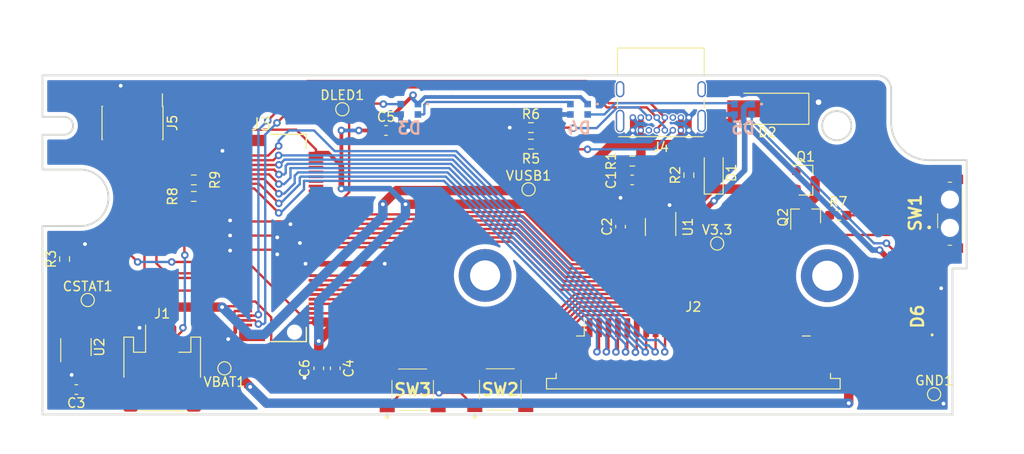
<source format=kicad_pcb>
(kicad_pcb (version 20211014) (generator pcbnew)
  (layers (0 "F.Cu" signal) (31 "B.Cu" signal) (34 "B.Paste" user) (35 "F.Paste" user) (36 "B.SilkS" user "B.Silkscreen") (37 "F.SilkS" user "F.Silkscreen") (38 "B.Mask" user) (39 "F.Mask" user) (44 "Edge.Cuts" user))
  (net 0 "")
  (net 1 "Net-(Q1-Pad3)")
  (net 18 "GND")
  (net 19 "Net-(C1-Pad1)")
  (net 20 "V3.3")
  (net 21 "VBAT")
  (net 22 "VUSB")
  (net 23 "DLED")
  (net 24 "Net-(D3-Pad2)")
  (net 25 "Net-(D4-Pad2)")
  (net 26 "Net-(D5-Pad2)")
  (net 28 "COL15")
  (net 29 "COL14")
  (net 30 "COL13")
  (net 31 "COL12")
  (net 32 "COL11")
  (net 33 "COL10")
  (net 34 "COL9")
  (net 35 "COL8")
  (net 36 "COL7")
  (net 37 "COL6")
  (net 38 "COL5")
  (net 39 "COL4")
  (net 40 "COL3")
  (net 41 "COL2")
  (net 42 "ROW8")
  (net 43 "ROW7")
  (net 44 "ROW6")
  (net 45 "ROW5")
  (net 46 "ROW4")
  (net 47 "ROW3")
  (net 48 "ROW2")
  (net 49 "ROW1")
  (net 50 "COL1")
  (net 51 "VDIV")
  (net 52 "SWDIO")
  (net 53 "SWDCLK")
  (net 54 "CSTAT")
  (net 55 "BOOT")
  (net 56 "RESET")
  (net 57 "D-")
  (net 58 "D+")
  (net 62 "Net-(R2-Pad1)")
  (net 63 "Net-(R3-Pad1)")
  (net 65 "Net-(J4-PadA5)")
  (net 66 "Net-(J4-PadB5)")
  (net 67 "Net-(R7-Pad2)")
  (net 69 "Net-(Q2-Pad1)")
  (footprint "Package_TO_SOT_SMD:SOT-23-5_HandSoldering" (layer "F.Cu") (at 79.25 93.25 90)
    (fp_text reference "U2")
    (fp_text value "MCP73831-2-OT")
  )
  (footprint "Connector_JST:JST_PH_S2B-PH-SM4-TB_1x02-1MP_P2.00mm_Horizontal" (layer "F.Cu") (at 88.4 95.5)
    (fp_text reference "J1")
    (fp_text value "JST-PH 2")
  )
  (footprint "Connector_FFC-FPC:TE_2-84952-3_1x23-1MP_P1.0mm_Horizontal" (layer "F.Cu") (at 144.72 92.98)
    (fp_text reference "J2")
    (fp_text value "Conn_01x23")
  )
  (footprint "SparkFun MicroMod:M.2-CONNECTOR-E" (layer "F.Cu") (at 102.43 81.66 -90)
    (fp_text reference "J3")
    (fp_text value "MicroMod-M.2E" hide)
  )
  (footprint "Capacitor_SMD:C_0603_1608Metric_Pad1.08x0.95mm_HandSolder" (layer "F.Cu") (at 112.1375 70.25)
    (fp_text reference "C5")
    (fp_text value "0.1uF")
  )
  (footprint "LibraryLoader:WS28122020" (layer "F.Cu") (at 170.6 90 -90)
    (fp_text reference "D6")
    (fp_text value "WS2812B" hide)
  )
  (footprint "Resistor_SMD:R_0603_1608Metric_Pad0.98x0.95mm_HandSolder" (layer "F.Cu") (at 78.05 83.9 90)
    (fp_text reference "R3")
    (fp_text value "RProg")
  )
  (footprint "Resistor_SMD:R_0603_1608Metric_Pad0.98x0.95mm_HandSolder" (layer "F.Cu") (at 127.5 69.95)
    (fp_text reference "R6")
    (fp_text value "5.1k 20%")
  )
  (footprint "LibraryLoader:EG1215AA" (layer "F.Cu") (at 171.93 79.09 90)
    (fp_text reference "SW1")
    (fp_text value "EG1215AA" hide)
  )
  (footprint "LibraryLoader:MJTP1140AAUTR - Fixed" (layer "F.Cu") (at 124.25 97.75)
    (fp_text reference "SW2")
    (fp_text value "SW_Push" hide)
  )
  (footprint "LibraryLoader:MJTP1140AAUTR - Fixed" (layer "F.Cu") (at 114.96 97.77)
    (fp_text reference "SW3")
    (fp_text value "SW_Push" hide)
  )
  (footprint "Resistor_SMD:R_0603_1608Metric_Pad0.98x0.95mm_HandSolder" (layer "F.Cu") (at 91.75 77.25)
    (fp_text reference "R8")
    (fp_text value "100K")
  )
  (footprint "Connector_USB:USB_C_Receptacle_GCT_USB4085" (layer "F.Cu") (at 144.25 70.23 180)
    (fp_text reference "J4")
    (fp_text value "USB_C_Receptacle_USB2.0")
  )
  (footprint "Package_TO_SOT_SMD:SOT-23" (layer "F.Cu") (at 156.63 79.35 90)
    (fp_text reference "Q2")
    (fp_text value "Q_NMOS_DGS")
  )
  (footprint "Connector_PinHeader_1.27mm:PinHeader_2x05_P1.27mm_Vertical_SMD" (layer "F.Cu") (at 85.25 69.45 -90)
    (fp_text reference "J5")
    (fp_text value "Conn_ARM_JTAG_SWD_10")
  )
  (footprint "Diode_SMD:D_SMA_Handsoldering" (layer "F.Cu") (at 152.57 67.95 180)
    (fp_text reference "D2")
    (fp_text value "TVS 5V")
  )
  (footprint "Capacitor_SMD:C_0603_1608Metric_Pad1.08x0.95mm_HandSolder" (layer "F.Cu") (at 79.2875 97.75 180)
    (fp_text reference "C3")
    (fp_text value "10uF")
  )
  (footprint "Resistor_SMD:R_0603_1608Metric_Pad0.98x0.95mm_HandSolder" (layer "F.Cu") (at 91.75 75.5 180)
    (fp_text reference "R9")
    (fp_text value "100K")
  )
  (footprint "Capacitor_SMD:C_0603_1608Metric_Pad1.08x0.95mm_HandSolder" (layer "F.Cu") (at 106.75 95.5 -90)
    (fp_text reference "C4")
    (fp_text value "10uF")
  )
  (footprint "Resistor_SMD:R_0603_1608Metric_Pad0.98x0.95mm_HandSolder" (layer "F.Cu") (at 160.0875 79.25)
    (fp_text reference "R7")
    (fp_text value "100K")
  )
  (footprint "Capacitor_SMD:C_0603_1608Metric_Pad1.08x0.95mm_HandSolder" (layer "F.Cu") (at 138.2375 75.5 180)
    (fp_text reference "C1")
    (fp_text value "10uF")
  )
  (footprint "Package_TO_SOT_SMD:SOT-23-5" (layer "F.Cu") (at 141.25 80.5 -90)
    (fp_text reference "U1")
    (fp_text value "XC6220B331MR")
  )
  (footprint "Capacitor_SMD:C_0603_1608Metric_Pad1.08x0.95mm_HandSolder" (layer "F.Cu") (at 137 80.4625 90)
    (fp_text reference "C2")
    (fp_text value "4.7uF")
  )
  (footprint "Resistor_SMD:R_0603_1608Metric_Pad0.98x0.95mm_HandSolder" (layer "F.Cu") (at 144.25 74.99 90)
    (fp_text reference "R2")
    (fp_text value "100K")
  )
  (footprint "Package_TO_SOT_SMD:SOT-23" (layer "F.Cu") (at 156.63 75.53)
    (fp_text reference "Q1")
    (fp_text value "PMost Enc FET -20V")
  )
  (footprint "Capacitor_SMD:C_0603_1608Metric_Pad1.08x0.95mm_HandSolder" (layer "F.Cu") (at 105 95.5 -90)
    (fp_text reference "C6")
    (fp_text value "0.1uF")
  )
  (footprint "Resistor_SMD:R_0603_1608Metric_Pad0.98x0.95mm_HandSolder" (layer "F.Cu") (at 138.25 73.5 180)
    (fp_text reference "R1")
    (fp_text value "100K")
  )
  (footprint "Diode_SMD:D_SOD-123F" (layer "F.Cu") (at 146.88 74.8 90)
    (fp_text reference "D1")
    (fp_text value "MBR1020VL")
  )
  (footprint "Resistor_SMD:R_0603_1608Metric_Pad0.98x0.95mm_HandSolder" (layer "F.Cu") (at 127.5 71.7)
    (fp_text reference "R5")
    (fp_text value "5.1k 20%")
  )
  (footprint "MountingHole:MountingHole_3.2mm_M3_DIN965_Pad" (layer "F.Cu") (at 122.642658 85.639497)
    (fp_text reference "REF**" hide)
    (fp_text value "MountingHole_3.2mm_M3_DIN965_Pad" hide)
  )
  (footprint "MountingHole:MountingHole_3.2mm_M3_DIN965_Pad" (layer "F.Cu") (at 158.924732 85.669661)
    (fp_text reference "REF**" hide)
    (fp_text value "MountingHole_3.2mm_M3_DIN965_Pad" hide)
  )
  (footprint "TestPoint:TestPoint_Pad_D1.0mm" (layer "F.Cu") (at 107.5 68 180)
    (fp_text reference "DLED1")
    (fp_text value "T_DLED")
  )
  (footprint "TestPoint:TestPoint_Pad_D1.0mm" (layer "F.Cu") (at 95 95.5 180)
    (fp_text reference "VBAT1")
    (fp_text value "T_VBAT")
  )
  (footprint "TestPoint:TestPoint_Pad_D1.0mm" (layer "F.Cu") (at 80.5 88.25)
    (fp_text reference "CSTAT1")
    (fp_text value "T_CSTAT")
  )
  (footprint "TestPoint:TestPoint_Pad_D1.0mm" (layer "F.Cu") (at 170.25 98.25)
    (fp_text reference "GND1")
    (fp_text value "T_GND")
  )
  (footprint "TestPoint:TestPoint_Pad_D1.0mm" (layer "F.Cu") (at 127.25 76.5)
    (fp_text reference "VUSB1")
    (fp_text value "T_VUSB")
  )
  (footprint "TestPoint:TestPoint_Pad_D1.0mm" (layer "F.Cu") (at 147.25 82.25)
    (fp_text reference "V3.3")
    (fp_text value "T_V3.3")
  )
  (footprint "LibraryLoader:WS28122020" (layer "B.Cu") (at 114.6 68)
    (fp_text reference "D3")
    (fp_text value "WS2812B" hide)
  )
  (footprint "LibraryLoader:WS28122020" (layer "B.Cu") (at 132.6 68)
    (fp_text reference "D4")
    (fp_text value "WS2812B" hide)
  )
  (footprint "LibraryLoader:WS28122020" (layer "B.Cu") (at 150 68)
    (fp_text reference "D5")
    (fp_text value "WS2812B" hide)
  )
  (gr_line (start 172.2 100.4) (end 75.7 100.4) (layer "Edge.Cuts") (width 0.2))
  (gr_line (start 75.7 64.4) (end 164.2 64.4) (layer "Edge.Cuts") (width 0.2))
  (gr_line (start 165.7 65.9) (end 165.7 69.4) (layer "Edge.Cuts") (width 0.2))
  (gr_line (start 75.7 68.8) (end 78 68.8) (layer "Edge.Cuts") (width 0.2))
  (gr_line (start 79.7 74.4) (end 75.7 74.4) (layer "Edge.Cuts") (width 0.2))
  (gr_line (start 169.7 73.4) (end 173.7 73.4) (layer "Edge.Cuts") (width 0.2))
  (gr_arc (start 169.7 73.4) (mid 166.871573 72.228427) (end 165.7 69.4) (layer "Edge.Cuts") (width 0.2))
  (gr_line (start 172.2 84.9) (end 172.2 100.4) (layer "Edge.Cuts") (width 0.2))
  (gr_circle (center 159.934218 69.74357) (end 161.484218 69.74357) (layer "Edge.Cuts") (width 0.2) (fill none))
  (gr_line (start 75.7 100.4) (end 75.7 80.4) (layer "Edge.Cuts") (width 0.2))
  (gr_line (start 75.7 74.4) (end 75.7 70.7) (layer "Edge.Cuts") (width 0.2))
  (gr_arc (start 79.7 74.4) (mid 82.7 77.4) (end 79.7 80.4) (layer "Edge.Cuts") (width 0.2))
  (gr_line (start 75.7 64.4) (end 75.7 68.8) (layer "Edge.Cuts") (width 0.2))
  (gr_arc (start 77.999999 68.800001) (mid 78.949999 69.749999) (end 78.000001 70.699999) (layer "Edge.Cuts") (width 0.2))
  (gr_arc (start 164.2 64.4) (mid 165.26066 64.83934) (end 165.7 65.9) (layer "Edge.Cuts") (width 0.2))
  (gr_line (start 78 70.7) (end 75.7 70.7) (layer "Edge.Cuts") (width 0.2))
  (gr_line (start 173.7 84.9) (end 172.2 84.9) (layer "Edge.Cuts") (width 0.2))
  (gr_line (start 173.7 73.4) (end 173.7 84.9) (layer "Edge.Cuts") (width 0.2))
  (gr_line (start 75.7 80.4) (end 79.7 80.4) (layer "Edge.Cuts") (width 0.2))
  (segment (start 157.63 75.53) (end 157.63 77.35) (width 1) (layer "F.Cu") (net 1))
  (segment (start 157.63 77.35) (end 156.63 78.35) (width 1) (layer "F.Cu") (net 1))
  (segment (start 94.79 72.41) (end 97.155 72.41) (width 0.25) (layer "F.Cu") (net 18))
  (segment (start 96.13 89.41) (end 96.054999 89.485001) (width 0.25) (layer "F.Cu") (net 18))
  (segment (start 117.75 98.1005) (end 113.7795 98.1005) (width 0.25) (layer "F.Cu") (net 18))
  (segment (start 83 65.5) (end 84 65.5) (width 0.25) (layer "F.Cu") (net 18))
  (segment (start 103.6375 96.3625) (end 103.5 96.5) (width 0.4) (layer "F.Cu") (net 18))
  (segment (start 141.25 79.4) (end 141.25 78.594998) (width 0.6) (layer "F.Cu") (net 18))
  (segment (start 137 77.4) (end 137 75.7) (width 1) (layer "F.Cu") (net 18))
  (segment (start 96.054999 89.485001) (end 96.054999 90.820001) (width 0.25) (layer "F.Cu") (net 18))
  (segment (start 97.155 82.91) (end 95.69 82.91) (width 0.25) (layer "F.Cu") (net 18))
  (segment (start 121.55 99.6) (end 120.0505 98.1005) (width 0.25) (layer "F.Cu") (net 18))
  (segment (start 137.2 77.2) (end 137 77.4) (width 0.4) (layer "F.Cu") (net 18))
  (segment (start 104.705 82.16) (end 103.04 82.16) (width 0.25) (layer "F.Cu") (net 18))
  (segment (start 97.155 79.91) (end 101.71 79.91) (width 0.25) (layer "F.Cu") (net 18))
  (segment (start 78.25 96.75) (end 78.8 96.2) (width 0.4) (layer "F.Cu") (net 18))
  (segment (start 96.144998 91.655002) (end 95.4 92.4) (width 0.4) (layer "F.Cu") (net 18))
  (segment (start 120.0505 98.1005) (end 117.75 98.1005) (width 0.25) (layer "F.Cu") (net 18))
  (segment (start 155.07 67.95) (end 157.3 67.95) (width 1.5) (layer "F.Cu") (net 18))
  (segment (start 95.69 82.91) (end 95.6 83) (width 0.25) (layer "F.Cu") (net 18))
  (segment (start 170.25 98.25) (end 171.25 99.25) (width 0.4) (layer "F.Cu") (net 18))
  (segment (start 100.41 81.41) (end 100.6 81.6) (width 0.25) (layer "F.Cu") (net 18))
  (segment (start 85.25 65.75) (end 85 65.5) (width 0.25) (layer "F.Cu") (net 18))
  (segment (start 137.2 75.5) (end 137.2 73.55) (width 1) (layer "F.Cu") (net 18))
  (segment (start 105 96.3625) (end 103.6375 96.3625) (width 0.4) (layer "F.Cu") (net 18))
  (segment (start 97.155 81.41) (end 95.61 81.41) (width 0.25) (layer "F.Cu") (net 18))
  (segment (start 97.155 82.91) (end 100.11 82.91) (width 0.25) (layer "F.Cu") (net 18))
  (segment (start 82.71 67.5) (end 82.71 65.79) (width 0.25) (layer "F.Cu") (net 18))
  (segment (start 126.5875 69.95) (end 126.5875 71.7) (width 0.4) (layer "F.Cu") (net 18))
  (segment (start 95.61 81.41) (end 95.6 81.4) (width 0.25) (layer "F.Cu") (net 18))
  (segment (start 171.15 89.085) (end 171.15 87.15) (width 0.6) (layer "F.Cu") (net 18))
  (segment (start 97.155 81.41) (end 100.41 81.41) (width 0.25) (layer "F.Cu") (net 18))
  (segment (start 103.6 84.4) (end 112 84.4) (width 0.6) (layer "F.Cu") (net 18))
  (segment (start 96.054999 90.820001) (end 96.144998 90.91) (width 0.25) (layer "F.Cu") (net 18))
  (segment (start 138.3 70.23) (end 138.3 68.88) (width 0.6) (layer "F.Cu") (net 18))
  (segment (start 103.04 82.16) (end 103 82.2) (width 0.25) (layer "F.Cu") (net 18))
  (segment (start 79.25 95.75) (end 78.8 96.2) (width 0.6) (layer "F.Cu") (net 18))
  (segment (start 171.15 87.15) (end 171 87) (width 0.6) (layer "F.Cu") (net 18))
  (segment (start 157.3 67.95) (end 158 67.25) (width 1.5) (layer "F.Cu") (net 18))
  (segment (start 85.25 65.75) (end 85.25 67.5) (width 0.25) (layer "F.Cu") (net 18))
  (segment (start 97.155 89.41) (end 96.13 89.41) (width 0.25) (layer "F.Cu") (net 18))
  (segment (start 137.2 75.5) (end 137.2 77.2) (width 0.4) (layer "F.Cu") (net 18))
  (segment (start 87.4 92.65) (end 87.4 92.6) (width 1) (layer "F.Cu") (net 18))
  (segment (start 137 79.425) (end 137 77.4) (width 1) (layer "F.Cu") (net 18))
  (segment (start 90.8375 74.9125) (end 90.8375 75.5) (width 0.25) (layer "F.Cu") (net 18))
  (segment (start 85 65.5) (end 84 65.5) (width 0.25) (layer "F.Cu") (net 18))
  (segment (start 100.11 82.91) (end 100.6 83.4) (width 0.25) (layer "F.Cu") (net 18))
  (segment (start 93.34 72.41) (end 94.79 72.41) (width 0.25) (layer "F.Cu") (net 18))
  (segment (start 101.71 79.91) (end 102 80.2) (width 0.25) (layer "F.Cu") (net 18))
  (segment (start 141.675 78.169998) (end 142.2 78.169998) (width 0.6) (layer "F.Cu") (net 18))
  (segment (start 105 96.3625) (end 106.75 96.3625) (width 0.4) (layer "F.Cu") (net 18))
  (segment (start 113 70.25) (end 114.5 70.25) (width 0.4) (layer "F.Cu") (net 18))
  (segment (start 78.25 97.75) (end 78.25 96.75) (width 0.4) (layer "F.Cu") (net 18))
  (segment (start 144.25 70.23) (end 144.25 68.88) (width 0.6) (layer "F.Cu") (net 18))
  (segment (start 79.25 94.6) (end 79.25 95.75) (width 0.6) (layer "F.Cu") (net 18))
  (segment (start 86.52 67.5) (end 85.25 67.5) (width 0.25) (layer "F.Cu") (net 18))
  (segment (start 137 75.7) (end 137.2 75.5) (width 1) (layer "F.Cu") (net 18))
  (segment (start 93.34 72.41) (end 90.8375 74.9125) (width 0.25) (layer "F.Cu") (net 18))
  (segment (start 87.4 92.6) (end 86 91.2) (width 1) (layer "F.Cu") (net 18))
  (segment (start 97.155 90.91) (end 96.144998 90.91) (width 0.25) (layer "F.Cu") (net 18))
  (segment (start 125.25 69.95) (end 126.5875 69.95) (width 0.4) (layer "F.Cu") (net 18))
  (segment (start 80.21 82.31) (end 78.09 82.31) (width 0.4) (layer "F.Cu") (net 18))
  (segment (start 137.2 73.55) (end 137.25 73.5) (width 1) (layer "F.Cu") (net 18))
  (segment (start 141.25 78.594998) (end 141.675 78.169998) (width 0.6) (layer "F.Cu") (net 18))
  (segment (start 95.71 79.91) (end 95.6 79.8) (width 0.25) (layer "F.Cu") (net 18))
  (segment (start 78.09 82.31) (end 78.05 82.35) (width 0.4) (layer "F.Cu") (net 18))
  (segment (start 97.155 79.91) (end 95.71 79.91) (width 0.25) (layer "F.Cu") (net 18))
  (segment (start 113.7795 98.1005) (end 112.26 99.62) (width 0.25) (layer "F.Cu") (net 18))
  (segment (start 96.144998 90.91) (end 96.144998 91.655002) (width 0.4) (layer "F.Cu") (net 18))
  (segment (start 82.71 65.79) (end 83 65.5) (width 0.25) (layer "F.Cu") (net 18))
  (via (at 114.5 70.25) (size 0.8) (drill 0.4) (layers "F.Cu" "B.Cu") (net 18))
  (via (at 84 65.5) (size 0.8) (drill 0.4) (layers "F.Cu" "B.Cu") (net 18))
  (via (at 78.8 96.2) (size 0.8) (drill 0.4) (layers "F.Cu" "B.Cu") (net 18))
  (via (at 171.25 99.25) (size 0.8) (drill 0.4) (layers "F.Cu" "B.Cu") (net 18))
  (via (at 137 77.4) (size 0.8) (drill 0.4) (layers "F.Cu" "B.Cu") (net 18))
  (via (at 103 82.2) (size 0.8) (drill 0.4) (layers "F.Cu" "B.Cu") (net 18))
  (via (at 100.6 83.4) (size 0.8) (drill 0.4) (layers "F.Cu" "B.Cu") (net 18))
  (via (at 95.6 81.4) (size 0.8) (drill 0.4) (layers "F.Cu" "B.Cu") (net 18))
  (via (at 125.25 69.95) (size 0.8) (drill 0.4) (layers "F.Cu" "B.Cu") (net 18))
  (via (at 95.4 92.4) (size 0.8) (drill 0.4) (layers "F.Cu" "B.Cu") (net 18))
  (via (at 100.6 81.6) (size 0.8) (drill 0.4) (layers "F.Cu" "B.Cu") (net 18))
  (via (at 80.21 82.31) (size 0.8) (drill 0.4) (layers "F.Cu" "B.Cu") (net 18))
  (via (at 117.75 98.1005) (size 0.8) (drill 0.4) (layers "F.Cu" "B.Cu") (net 18))
  (via (at 94.79 72.41) (size 0.8) (drill 0.4) (layers "F.Cu" "B.Cu") (net 18))
  (via (at 158 67.25) (size 1) (drill 0.6) (layers "F.Cu" "B.Cu") (net 18))
  (via (at 171 87) (size 0.8) (drill 0.4) (layers "F.Cu" "B.Cu") (net 18))
  (via (at 86 91.2) (size 0.8) (drill 0.4) (layers "F.Cu" "B.Cu") (net 18))
  (via (at 102 80.2) (size 0.8) (drill 0.4) (layers "F.Cu" "B.Cu") (net 18))
  (via (at 103.5 96.5) (size 0.8) (drill 0.4) (layers "F.Cu" "B.Cu") (net 18))
  (via (at 95.6 79.8) (size 0.8) (drill 0.4) (layers "F.Cu" "B.Cu") (net 18))
  (via (at 95.6 83) (size 0.8) (drill 0.4) (layers "F.Cu" "B.Cu") (net 18))
  (via (at 112 84.4) (size 0.8) (drill 0.4) (layers "F.Cu" "B.Cu") (net 18))
  (via (at 103.6 84.4) (size 0.8) (drill 0.4) (layers "F.Cu" "B.Cu") (net 18))
  (via (at 142.2 78.169998) (size 0.8) (drill 0.4) (layers "F.Cu" "B.Cu") (net 18))
  (segment (start 144.99 73.99) (end 144.25 73.99) (width 0.4) (layer "F.Cu") (net 19))
  (segment (start 143.68 79.4) (end 146.88 76.2) (width 1) (layer "F.Cu") (net 19))
  (segment (start 140.785 73.99) (end 139.275 75.5) (width 0.4) (layer "F.Cu") (net 19))
  (segment (start 155.63 76.48) (end 147.16 76.48) (width 1) (layer "F.Cu") (net 19))
  (segment (start 147.16 76.48) (end 146.88 76.2) (width 1) (layer "F.Cu") (net 19))
  (segment (start 146.88 75.88) (end 144.99 73.99) (width 0.4) (layer "F.Cu") (net 19))
  (segment (start 143.68 79.4) (end 142.275001 79.4) (width 1) (layer "F.Cu") (net 19))
  (segment (start 146.88 76.2) (end 146.88 75.88) (width 0.4) (layer "F.Cu") (net 19))
  (segment (start 144.25 73.99) (end 140.785 73.99) (width 0.4) (layer "F.Cu") (net 19))
  (segment (start 111.25 70.25) (end 115 66.5) (width 0.4) (layer "F.Cu") (net 20))
  (segment (start 169 87.47199) (end 169 89.865) (width 0.6) (layer "F.Cu") (net 20))
  (segment (start 164.47801 82.95) (end 169 87.47199) (width 0.6) (layer "F.Cu") (net 20))
  (segment (start 169 89.865) (end 170.05 90.915) (width 0.6) (layer "F.Cu") (net 20))
  (segment (start 140.969999 82.830001) (end 142.2 81.6) (width 1) (layer "F.Cu") (net 20))
  (segment (start 136.91898 81.5) (end 137 81.5) (width 1) (layer "F.Cu") (net 20))
  (segment (start 105.980001 72.609999) (end 104.705 72.609999) (width 0.4) (layer "F.Cu") (net 20))
  (segment (start 106.355001 91.244999) (end 105 92.6) (width 1) (layer "F.Cu") (net 20))
  (segment (start 106.355001 90.6) (end 104.75 90.6) (width 1) (layer "F.Cu") (net 20))
  (segment (start 114.2 78.085) (end 133.50398 78.085) (width 1) (layer "F.Cu") (net 20))
  (segment (start 138.330001 82.830001) (end 140.969999 82.830001) (width 1) (layer "F.Cu") (net 20))
  (segment (start 142.2 81.6) (end 143.035636 81.6) (width 0.6) (layer "F.Cu") (net 20))
  (segment (start 105 92.6) (end 105 94.6375) (width 1) (layer "F.Cu") (net 20))
  (segment (start 104.705 72.66) (end 104.705 72.269998) (width 0.25) (layer "F.Cu") (net 20))
  (segment (start 90.167537 70.167537) (end 87.79 67.79) (width 0.25) (layer "F.Cu") (net 20))
  (segment (start 107.4 74.029998) (end 105.980001 72.609999) (width 0.4) (layer "F.Cu") (net 20))
  (segment (start 143.035636 81.6) (end 146.917818 77.717818) (width 0.6) (layer "F.Cu") (net 20))
  (segment (start 107.4 76.42503) (end 107.4 74.029998) (width 0.6) (layer "F.Cu") (net 20))
  (segment (start 146.669999 82.830001) (end 147.25 82.25) (width 0.4) (layer "F.Cu") (net 20))
  (segment (start 107.4 70.250501) (end 107.400501 70.25) (width 0.4) (layer "F.Cu") (net 20))
  (segment (start 140.969999 82.830001) (end 146.669999 82.830001) (width 0.4) (layer "F.Cu") (net 20))
  (segment (start 104.705 72.269998) (end 102.602539 70.167537) (width 0.25) (layer "F.Cu") (net 20))
  (segment (start 106.355001 90.6) (end 106.355001 91.244999) (width 1) (layer "F.Cu") (net 20))
  (segment (start 87.79 67.79) (end 87.79 67.5) (width 0.25) (layer "F.Cu") (net 20))
  (segment (start 107.4 74.029998) (end 107.4 70.250501) (width 0.4) (layer "F.Cu") (net 20))
  (segment (start 102.602539 70.167537) (end 90.167537 70.167537) (width 0.25) (layer "F.Cu") (net 20))
  (segment (start 105 94.6375) (end 106.75 94.6375) (width 1) (layer "F.Cu") (net 20))
  (segment (start 109.25 70.25) (end 111.25 70.25) (width 0.4) (layer "F.Cu") (net 20))
  (segment (start 133.50398 78.085) (end 136.91898 81.5) (width 1) (layer "F.Cu") (net 20))
  (segment (start 137 81.5) (end 138.330001 82.830001) (width 1) (layer "F.Cu") (net 20))
  (via (at 114.2 78.085) (size 0.8) (drill 0.4) (layers "F.Cu" "B.Cu") (net 20))
  (via (at 109.25 70.25) (size 0.8) (drill 0.4) (layers "F.Cu" "B.Cu") (net 20))
  (via (at 107.4 76.42503) (size 0.8) (drill 0.4) (layers "F.Cu" "B.Cu") (net 20))
  (via (at 164.47801 82.95) (size 0.8) (drill 0.4) (layers "F.Cu" "B.Cu") (net 20))
  (via (at 105 92.6) (size 0.8) (drill 0.4) (layers "F.Cu" "B.Cu") (net 20))
  (via (at 146.917818 77.717818) (size 0.8) (drill 0.4) (layers "F.Cu" "B.Cu") (net 20))
  (via (at 107.400501 70.25) (size 0.8) (drill 0.4) (layers "F.Cu" "B.Cu") (net 20))
  (via (at 115 66.5) (size 0.8) (drill 0.4) (layers "F.Cu" "B.Cu") (net 20))
  (segment (start 117.299999 66.699999) (end 119.050001 66.699999) (width 0.4) (layer "B.Cu") (net 20))
  (segment (start 107.400501 70.25) (end 109.25 70.25) (width 0.4) (layer "B.Cu") (net 20))
  (segment (start 114.2 79.2) (end 114.2 78.085) (width 1) (layer "B.Cu") (net 20))
  (segment (start 164.47801 82.95) (end 163.714998 82.95) (width 0.6) (layer "B.Cu") (net 20))
  (segment (start 146.917818 77.717818) (end 150.164999 74.470637) (width 0.6) (layer "B.Cu") (net 20))
  (segment (start 150.064999 67.799999) (end 150.414998 67.45) (width 0.6) (layer "B.Cu") (net 20))
  (segment (start 132.764999 66.699999) (end 133.515 67.45) (width 0.4) (layer "B.Cu") (net 20))
  (segment (start 119.050001 66.699999) (end 132.764999 66.699999) (width 0.4) (layer "B.Cu") (net 20))
  (segment (start 115 66.5) (end 115 66.935) (width 0.4) (layer "B.Cu") (net 20))
  (segment (start 116.265001 66.699999) (end 116.949999 66.699999) (width 0.4) (layer "B.Cu") (net 20))
  (segment (start 150.164999 69.400001) (end 150.064999 69.300001) (width 0.6) (layer "B.Cu") (net 20))
  (segment (start 150.064999 69.300001) (end 150.064999 67.799999) (width 0.6) (layer "B.Cu") (net 20))
  (segment (start 105 88.4) (end 114.2 79.2) (width 1) (layer "B.Cu") (net 20))
  (segment (start 105 92.6) (end 105 88.4) (width 1) (layer "B.Cu") (net 20))
  (segment (start 150.414998 67.45) (end 150.915 67.45) (width 0.6) (layer "B.Cu") (net 20))
  (segment (start 114.2 78.085) (end 112.54003 76.42503) (width 0.6) (layer "B.Cu") (net 20))
  (segment (start 115 66.935) (end 115.515 67.45) (width 0.4) (layer "B.Cu") (net 20))
  (segment (start 116.949999 66.699999) (end 117.299999 66.699999) (width 0.4) (layer "B.Cu") (net 20))
  (segment (start 115.515 67.45) (end 116.265001 66.699999) (width 0.4) (layer "B.Cu") (net 20))
  (segment (start 163.714998 82.95) (end 150.064999 69.300001) (width 0.6) (layer "B.Cu") (net 20))
  (segment (start 112.54003 76.42503) (end 107.4 76.42503) (width 0.6) (layer "B.Cu") (net 20))
  (segment (start 150.164999 74.470637) (end 150.164999 69.400001) (width 0.6) (layer "B.Cu") (net 20))
  (segment (start 89.525 95.675) (end 90.275 95.675) (width 1) (layer "F.Cu") (net 21))
  (segment (start 161.2 99.2) (end 161.2 92.069998) (width 1) (layer "F.Cu") (net 21))
  (segment (start 160.130002 91) (end 158.2 91) (width 1) (layer "F.Cu") (net 21))
  (segment (start 89.4 92.65) (end 89.4 95.55) (width 1) (layer "F.Cu") (net 21))
  (segment (start 170.18 81.34) (end 156.59 81.34) (width 0.25) (layer "F.Cu") (net 21))
  (segment (start 90.275 95.675) (end 95.925 95.675) (width 1) (layer "F.Cu") (net 21))
  (segment (start 156.59 81.34) (end 157.58 80.35) (width 1) (layer "F.Cu") (net 21))
  (segment (start 95.925 95.675) (end 97.725 97.475) (width 1) (layer "F.Cu") (net 21))
  (segment (start 88.125 95.675) (end 81.475 95.675) (width 1) (layer "F.Cu") (net 21))
  (segment (start 81.475 95.675) (end 81.275 95.675) (width 1) (layer "F.Cu") (net 21))
  (segment (start 80.275001 94.675001) (end 80.275001 94.6) (width 1) (layer "F.Cu") (net 21))
  (segment (start 90.6 91.45) (end 89.4 92.65) (width 0.25) (layer "F.Cu") (net 21))
  (segment (start 161.2 92.069998) (end 160.130002 91) (width 1) (layer "F.Cu") (net 21))
  (segment (start 80.325 96.825) (end 81.475 95.675) (width 0.4) (layer "F.Cu") (net 21))
  (segment (start 155.024731 82.905269) (end 156.59 81.34) (width 1) (layer "F.Cu") (net 21))
  (segment (start 88.125 95.675) (end 89.525 95.675) (width 1) (layer "F.Cu") (net 21))
  (segment (start 81.275 95.675) (end 80.275001 94.675001) (width 1) (layer "F.Cu") (net 21))
  (segment (start 155.024731 87.824731) (end 155.024731 82.905269) (width 1) (layer "F.Cu") (net 21))
  (segment (start 80.325 97.75) (end 80.325 96.825) (width 0.4) (layer "F.Cu") (net 21))
  (segment (start 89.4 95.55) (end 89.525 95.675) (width 1) (layer "F.Cu") (net 21))
  (segment (start 90.75 83.435) (end 90.8 83.485) (width 0.25) (layer "F.Cu") (net 21))
  (segment (start 158.2 91) (end 155.024731 87.824731) (width 1) (layer "F.Cu") (net 21))
  (segment (start 90.75 77.25) (end 90.75 83.435) (width 0.25) (layer "F.Cu") (net 21))
  (segment (start 90.6 91.2) (end 90.6 91.45) (width 0.25) (layer "F.Cu") (net 21))
  (via (at 161.2 99.2) (size 0.8) (drill 0.4) (layers "F.Cu" "B.Cu") (net 21))
  (via (at 90.8 83.485) (size 0.8) (drill 0.4) (layers "F.Cu" "B.Cu") (net 21))
  (via (at 97.725 97.475) (size 0.8) (drill 0.4) (layers "F.Cu" "B.Cu") (net 21))
  (via (at 90.6 91.2) (size 0.8) (drill 0.4) (layers "F.Cu" "B.Cu") (net 21))
  (segment (start 90.8 83.485) (end 90.8 91) (width 0.25) (layer "B.Cu") (net 21))
  (segment (start 99.45 99.2) (end 97.725 97.475) (width 1) (layer "B.Cu") (net 21))
  (segment (start 90.8 91) (end 90.6 91.2) (width 0.25) (layer "B.Cu") (net 21))
  (segment (start 161.2 99.2) (end 99.45 99.2) (width 1) (layer "B.Cu") (net 21))
  (segment (start 139.15 71.6) (end 139 71.75) (width 0.6) (layer "F.Cu") (net 22))
  (segment (start 97.155 88.91) (end 94.84 88.91) (width 0.25) (layer "F.Cu") (net 22))
  (segment (start 155.63 74.58) (end 155.33 74.58) (width 0.25) (layer "F.Cu") (net 22))
  (segment (start 131.165001 76.634999) (end 136.05 71.75) (width 1) (layer "F.Cu") (net 22))
  (segment (start 146.27 71.75) (end 149.135 68.885) (width 1) (layer "F.Cu") (net 22))
  (segment (start 149.635 68.885) (end 149.135 68.885) (width 0.25) (layer "F.Cu") (net 22))
  (segment (start 94.84 88.91) (end 94.75 89) (width 0.25) (layer "F.Cu") (net 22))
  (segment (start 111.8 78.085) (end 113.250001 76.634999) (width 1) (layer "F.Cu") (net 22))
  (segment (start 83.1 89) (end 80.2 91.9) (width 1) (layer "F.Cu") (net 22))
  (segment (start 143.4 71.65) (end 143.5 71.75) (width 0.6) (layer "F.Cu") (net 22))
  (segment (start 145.23 71.75) (end 146.88 73.4) (width 1) (layer "F.Cu") (net 22))
  (segment (start 136.05 71.75) (end 139 71.75) (width 1) (layer "F.Cu") (net 22))
  (segment (start 155.33 74.58) (end 149.635 68.885) (width 0.25) (layer "F.Cu") (net 22))
  (segment (start 139.1625 71.8375) (end 139.25 71.75) (width 1) (layer "F.Cu") (net 22))
  (segment (start 143.4 70.23) (end 143.4 68.88) (width 0.6) (layer "F.Cu") (net 22))
  (segment (start 149.135 68.885) (end 150.07 67.95) (width 1) (layer "F.Cu") (net 22))
  (segment (start 143.4 70.23) (end 143.4 71.65) (width 0.6) (layer "F.Cu") (net 22))
  (segment (start 139.25 71.75) (end 143.5 71.75) (width 1) (layer "F.Cu") (net 22))
  (segment (start 145.23 71.75) (end 146.27 71.75) (width 1) (layer "F.Cu") (net 22))
  (segment (start 139.15 70.23) (end 139.15 68.88) (width 0.6) (layer "F.Cu") (net 22))
  (segment (start 139 71.75) (end 139.25 71.75) (width 1) (layer "F.Cu") (net 22))
  (segment (start 139.15 70.23) (end 139.15 71.6) (width 0.6) (layer "F.Cu") (net 22))
  (segment (start 113.250001 76.634999) (end 131.165001 76.634999) (width 1) (layer "F.Cu") (net 22))
  (segment (start 139.1625 73.5) (end 139.1625 71.8375) (width 1) (layer "F.Cu") (net 22))
  (segment (start 143.5 71.75) (end 145.23 71.75) (width 1) (layer "F.Cu") (net 22))
  (segment (start 94.75 89) (end 83.1 89) (width 1) (layer "F.Cu") (net 22))
  (via (at 111.8 78.085) (size 0.8) (drill 0.4) (layers "F.Cu" "B.Cu") (net 22))
  (via (at 94.75 89) (size 0.8) (drill 0.4) (layers "F.Cu" "B.Cu") (net 22))
  (segment (start 97.200001 91.600001) (end 94.75 89.15) (width 0.4) (layer "B.Cu") (net 22))
  (segment (start 99.232424 91.900001) (end 97.650001 91.900001) (width 1) (layer "B.Cu") (net 22))
  (segment (start 94.75 89.15) (end 94.75 89) (width 0.4) (layer "B.Cu") (net 22))
  (segment (start 111.8 78.085) (end 111.8 79.332425) (width 1) (layer "B.Cu") (net 22))
  (segment (start 99.10816 91.600001) (end 97.200001 91.600001) (width 0.4) (layer "B.Cu") (net 22))
  (segment (start 97.650001 91.900001) (end 94.75 89) (width 1) (layer "B.Cu") (net 22))
  (segment (start 111.8 79.332425) (end 99.232424 91.900001) (width 1) (layer "B.Cu") (net 22))
  (segment (start 104.705 78.16) (end 106.886032 78.16) (width 0.25) (layer "F.Cu") (net 23))
  (segment (start 108.225001 68.774999) (end 108.225001 68.725001) (width 0.25) (layer "F.Cu") (net 23))
  (segment (start 109.6 67.4) (end 111.8 67.4) (width 0.25) (layer "F.Cu") (net 23))
  (segment (start 108.225001 76.821031) (end 108.225001 69.024999) (width 0.25) (layer "F.Cu") (net 23))
  (segment (start 108.225001 68.774999) (end 109.6 67.4) (width 0.25) (layer "F.Cu") (net 23))
  (segment (start 108.225001 69.024999) (end 108.225001 68.774999) (width 0.25) (layer "F.Cu") (net 23))
  (segment (start 111.8 67.4) (end 111.85 67.45) (width 0.25) (layer "F.Cu") (net 23))
  (segment (start 108.225001 68.725001) (end 107.5 68) (width 0.25) (layer "F.Cu") (net 23))
  (segment (start 106.886032 78.16) (end 108.225001 76.821031) (width 0.25) (layer "F.Cu") (net 23))
  (via (at 111.85 67.45) (size 0.8) (drill 0.4) (layers "F.Cu" "B.Cu") (net 23))
  (segment (start 111.85 67.45) (end 113.685 67.45) (width 0.25) (layer "B.Cu") (net 23))
  (segment (start 116.2 68.465) (end 116.2 67.507476) (width 0.25) (layer "B.Cu") (net 24))
  (segment (start 115.515 68.55) (end 116.115 68.55) (width 0.25) (layer "B.Cu") (net 24))
  (segment (start 131.460009 67.225009) (end 131.685 67.45) (width 0.25) (layer "B.Cu") (net 24))
  (segment (start 116.115 68.55) (end 116.2 68.465) (width 0.25) (layer "B.Cu") (net 24))
  (segment (start 116.2 67.507476) (end 116.482467 67.225009) (width 0.25) (layer "B.Cu") (net 24))
  (segment (start 116.482467 67.225009) (end 131.460009 67.225009) (width 0.25) (layer "B.Cu") (net 24))
  (segment (start 135.282083 68.55) (end 136.476123 67.35596) (width 0.25) (layer "B.Cu") (net 25))
  (segment (start 136.476123 67.35596) (end 148.99096 67.35596) (width 0.25) (layer "B.Cu") (net 25))
  (segment (start 133.515 68.55) (end 135.282083 68.55) (width 0.25) (layer "B.Cu") (net 25))
  (segment (start 148.99096 67.35596) (end 149.085 67.45) (width 0.25) (layer "B.Cu") (net 25))
  (segment (start 170.05 89.085) (end 170.05 87.075) (width 0.25) (layer "F.Cu") (net 26))
  (segment (start 170.05 87.075) (end 165.2 82.225) (width 0.25) (layer "F.Cu") (net 26))
  (via (at 165.2 82.225) (size 0.8) (drill 0.4) (layers "F.Cu" "B.Cu") (net 26))
  (segment (start 163.873894 82.225) (end 150.915 69.266106) (width 0.25) (layer "B.Cu") (net 26))
  (segment (start 165.2 82.225) (end 163.873894 82.225) (width 0.25) (layer "B.Cu") (net 26))
  (segment (start 150.915 69.266106) (end 150.915 68.55) (width 0.25) (layer "B.Cu") (net 26))
  (segment (start 149.74995 83.99995) (end 131.908544 83.99995) (width 0.25) (layer "F.Cu") (net 28))
  (segment (start 118.16 79.16) (end 104.705 79.16) (width 0.25) (layer "F.Cu") (net 28))
  (segment (start 155.72 91.18) (end 155.72 89.97) (width 0.25) (layer "F.Cu") (net 28))
  (segment (start 131.908544 83.99995) (end 126.818604 78.91001) (width 0.25) (layer "F.Cu") (net 28))
  (segment (start 118.40999 78.91001) (end 118.16 79.16) (width 0.25) (layer "F.Cu") (net 28))
  (segment (start 126.818604 78.91001) (end 118.40999 78.91001) (width 0.25) (layer "F.Cu") (net 28))
  (segment (start 155.72 89.97) (end 149.74995 83.99995) (width 0.25) (layer "F.Cu") (net 28))
  (segment (start 131.722144 84.44996) (end 127.261092 79.988908) (width 0.25) (layer "F.Cu") (net 29))
  (segment (start 127.261092 79.988908) (end 127.032166 79.759982) (width 0.25) (layer "F.Cu") (net 29))
  (segment (start 118.29641 79.66) (end 118.09 79.66) (width 0.25) (layer "F.Cu") (net 29))
  (segment (start 154.72 89.93) (end 149.23996 84.44996) (width 0.25) (layer "F.Cu") (net 29))
  (segment (start 127.261092 79.988908) (end 126.932184 79.66) (width 0.25) (layer "F.Cu") (net 29))
  (segment (start 118.09 79.66) (end 104.705 79.66) (width 0.25) (layer "F.Cu") (net 29))
  (segment (start 126.61002 79.36002) (end 118.59639 79.36002) (width 0.25) (layer "F.Cu") (net 29))
  (segment (start 118.59639 79.36002) (end 118.29641 79.66) (width 0.25) (layer "F.Cu") (net 29))
  (segment (start 127.032166 79.759982) (end 126.636092 79.363908) (width 0.25) (layer "F.Cu") (net 29))
  (segment (start 154.72 91.18) (end 154.72 89.93) (width 0.25) (layer "F.Cu") (net 29))
  (segment (start 149.23996 84.44996) (end 131.722144 84.44996) (width 0.25) (layer "F.Cu") (net 29))
  (segment (start 118.78279 79.81003) (end 118.43282 80.16) (width 0.25) (layer "F.Cu") (net 30))
  (segment (start 148.68997 84.89997) (end 131.535744 84.89997) (width 0.25) (layer "F.Cu") (net 30))
  (segment (start 153.72 89.93) (end 148.68997 84.89997) (width 0.25) (layer "F.Cu") (net 30))
  (segment (start 126.845765 80.209991) (end 126.445804 79.81003) (width 0.25) (layer "F.Cu") (net 30))
  (segment (start 118.09 80.16) (end 104.705 80.16) (width 0.25) (layer "F.Cu") (net 30))
  (segment (start 131.535744 84.89997) (end 126.845765 80.209991) (width 0.25) (layer "F.Cu") (net 30))
  (segment (start 153.72 91.18) (end 153.72 89.93) (width 0.25) (layer "F.Cu") (net 30))
  (segment (start 126.42362 79.81003) (end 118.78279 79.81003) (width 0.25) (layer "F.Cu") (net 30))
  (segment (start 118.43282 80.16) (end 118.09 80.16) (width 0.25) (layer "F.Cu") (net 30))
  (segment (start 118.96919 80.26004) (end 118.56923 80.66) (width 0.25) (layer "F.Cu") (net 31))
  (segment (start 117.84 80.66) (end 104.705 80.66) (width 0.25) (layer "F.Cu") (net 31))
  (segment (start 126.23722 80.26004) (end 118.96919 80.26004) (width 0.25) (layer "F.Cu") (net 31))
  (segment (start 118.56923 80.66) (end 117.84 80.66) (width 0.25) (layer "F.Cu") (net 31))
  (segment (start 148.09998 85.34998) (end 131.349344 85.34998) (width 0.25) (layer "F.Cu") (net 31))
  (segment (start 152.72 91.18) (end 152.72 89.97) (width 0.25) (layer "F.Cu") (net 31))
  (segment (start 131.349344 85.34998) (end 126.659364 80.66) (width 0.25) (layer "F.Cu") (net 31))
  (segment (start 126.659364 80.66) (end 126.259404 80.26004) (width 0.25) (layer "F.Cu") (net 31))
  (segment (start 152.72 89.97) (end 148.09998 85.34998) (width 0.25) (layer "F.Cu") (net 31))
  (segment (start 147.58999 85.79999) (end 131.162944 85.79999) (width 0.25) (layer "F.Cu") (net 32))
  (segment (start 126.472964 81.11001) (end 126.073004 80.71005) (width 0.25) (layer "F.Cu") (net 32))
  (segment (start 151.72 89.93) (end 147.58999 85.79999) (width 0.25) (layer "F.Cu") (net 32))
  (segment (start 126.05082 80.71005) (end 119.15559 80.71005) (width 0.25) (layer "F.Cu") (net 32))
  (segment (start 131.162944 85.79999) (end 126.472964 81.11001) (width 0.25) (layer "F.Cu") (net 32))
  (segment (start 118.16 81.16) (end 104.705 81.16) (width 0.25) (layer "F.Cu") (net 32))
  (segment (start 151.72 91.18) (end 151.72 89.93) (width 0.25) (layer "F.Cu") (net 32))
  (segment (start 119.15559 80.71005) (end 118.70564 81.16) (width 0.25) (layer "F.Cu") (net 32))
  (segment (start 118.70564 81.16) (end 118.16 81.16) (width 0.25) (layer "F.Cu") (net 32))
  (segment (start 125.886604 81.16006) (end 119.34199 81.16006) (width 0.25) (layer "F.Cu") (net 33))
  (segment (start 147.04 86.25) (end 130.976544 86.25) (width 0.25) (layer "F.Cu") (net 33))
  (segment (start 150.72 89.93) (end 147.04 86.25) (width 0.25) (layer "F.Cu") (net 33))
  (segment (start 119.34199 81.16006) (end 118.84205 81.66) (width 0.25) (layer "F.Cu") (net 33))
  (segment (start 118.84205 81.66) (end 118.41 81.66) (width 0.25) (layer "F.Cu") (net 33))
  (segment (start 130.976544 86.25) (end 125.886604 81.16006) (width 0.25) (layer "F.Cu") (net 33))
  (segment (start 118.41 81.66) (end 104.705 81.66) (width 0.25) (layer "F.Cu") (net 33))
  (segment (start 150.72 91.18) (end 150.72 89.93) (width 0.25) (layer "F.Cu") (net 33))
  (segment (start 146.704933 86.704933) (end 130.704933 86.704933) (width 0.25) (layer "F.Cu") (net 34))
  (segment (start 106.14 82.66) (end 104.705 82.66) (width 0.25) (layer "F.Cu") (net 34))
  (segment (start 118.93846 82.2) (end 106.6 82.2) (width 0.25) (layer "F.Cu") (net 34))
  (segment (start 119.52839 81.61007) (end 118.93846 82.2) (width 0.25) (layer "F.Cu") (net 34))
  (segment (start 130.704933 86.704933) (end 125.61007 81.61007) (width 0.25) (layer "F.Cu") (net 34))
  (segment (start 149.72 91.18) (end 149.72 89.72) (width 0.25) (layer "F.Cu") (net 34))
  (segment (start 106.6 82.2) (end 106.14 82.66) (width 0.25) (layer "F.Cu") (net 34))
  (segment (start 125.61007 81.61007) (end 119.52839 81.61007) (width 0.25) (layer "F.Cu") (net 34))
  (segment (start 149.72 89.72) (end 146.704933 86.704933) (width 0.25) (layer "F.Cu") (net 34))
  (segment (start 130.518532 87.154942) (end 125.42367 82.06008) (width 0.25) (layer "F.Cu") (net 35))
  (segment (start 148.72 89.72) (end 146.154943 87.154943) (width 0.25) (layer "F.Cu") (net 35))
  (segment (start 125.42367 82.06008) (end 119.71479 82.06008) (width 0.25) (layer "F.Cu") (net 35))
  (segment (start 106.27641 83.16) (end 104.705 83.16) (width 0.25) (layer "F.Cu") (net 35))
  (segment (start 106.7864 82.65001) (end 106.27641 83.16) (width 0.25) (layer "F.Cu") (net 35))
  (segment (start 146.154943 87.154943) (end 130.518532 87.154942) (width 0.25) (layer "F.Cu") (net 35))
  (segment (start 148.72 91.18) (end 148.72 89.72) (width 0.25) (layer "F.Cu") (net 35))
  (segment (start 119.71479 82.06008) (end 119.12486 82.65001) (width 0.25) (layer "F.Cu") (net 35))
  (segment (start 119.12486 82.65001) (end 106.7864 82.65001) (width 0.25) (layer "F.Cu") (net 35))
  (segment (start 132.181587 87.604952) (end 130.6316 89.154939) (width 0.25) (layer "F.Cu") (net 36))
  (segment (start 111.36056 85.66) (end 104.705 85.66) (width 0.25) (layer "F.Cu") (net 36))
  (segment (start 147.72 89.93) (end 145.394953 87.604953) (width 0.25) (layer "F.Cu") (net 36))
  (segment (start 130.6316 89.154939) (end 114.855499 89.154939) (width 0.25) (layer "F.Cu") (net 36))
  (segment (start 145.394953 87.604953) (end 132.181587 87.604952) (width 0.25) (layer "F.Cu") (net 36))
  (segment (start 147.72 91.18) (end 147.72 89.93) (width 0.25) (layer "F.Cu") (net 36))
  (segment (start 114.855499 89.154939) (end 111.36056 85.66) (width 0.25) (layer "F.Cu") (net 36))
  (segment (start 113.282075 88.217925) (end 111.22415 86.16) (width 0.25) (layer "F.Cu") (net 37))
  (segment (start 130.818 89.604949) (end 114.669099 89.604949) (width 0.25) (layer "F.Cu") (net 37))
  (segment (start 134.195038 88.054962) (end 132.367986 88.054963) (width 0.25) (layer "F.Cu") (net 37))
  (segment (start 132.367986 88.054963) (end 130.818 89.604949) (width 0.25) (layer "F.Cu") (net 37))
  (segment (start 134.195038 88.054962) (end 133.304962 88.054962) (width 0.25) (layer "F.Cu") (net 37))
  (segment (start 144.844962 88.054962) (end 134.195038 88.054962) (width 0.25) (layer "F.Cu") (net 37))
  (segment (start 111.22415 86.16) (end 104.705 86.16) (width 0.25) (layer "F.Cu") (net 37))
  (segment (start 146.72 91.18) (end 146.72 89.93) (width 0.25) (layer "F.Cu") (net 37))
  (segment (start 146.72 89.93) (end 144.844962 88.054962) (width 0.25) (layer "F.Cu") (net 37))
  (segment (start 133.304962 88.054962) (end 132.367986 88.054963) (width 0.25) (layer "F.Cu") (net 37))
  (segment (start 114.669099 89.604949) (end 113.282075 88.217925) (width 0.25) (layer "F.Cu") (net 37))
  (segment (start 131.0044 90.054959) (end 114.482699 90.054959) (width 0.25) (layer "F.Cu") (net 38))
  (segment (start 145.72 90.289998) (end 143.934973 88.504971) (width 0.25) (layer "F.Cu") (net 38))
  (segment (start 114.482699 90.054959) (end 111.08774 86.66) (width 0.25) (layer "F.Cu") (net 38))
  (segment (start 132.554387 88.504972) (end 131.0044 90.054959) (width 0.25) (layer "F.Cu") (net 38))
  (segment (start 145.72 91.18) (end 145.72 90.289998) (width 0.25) (layer "F.Cu") (net 38))
  (segment (start 143.934973 88.504971) (end 132.554387 88.504972) (width 0.25) (layer "F.Cu") (net 38))
  (segment (start 111.08774 86.66) (end 104.705 86.66) (width 0.25) (layer "F.Cu") (net 38))
  (segment (start 114.296299 90.504969) (end 110.95133 87.16) (width 0.25) (layer "F.Cu") (net 39))
  (segment (start 144.72 91.18) (end 144.72 89.93) (width 0.25) (layer "F.Cu") (net 39))
  (segment (start 110.95133 87.16) (end 104.705 87.16) (width 0.25) (layer "F.Cu") (net 39))
  (segment (start 144.72 89.93) (end 143.74498 88.95498) (width 0.25) (layer "F.Cu") (net 39))
  (segment (start 132.740788 88.954981) (end 131.1908 90.504969) (width 0.25) (layer "F.Cu") (net 39))
  (segment (start 143.74498 88.95498) (end 132.740788 88.954981) (width 0.25) (layer "F.Cu") (net 39))
  (segment (start 131.1908 90.504969) (end 114.296299 90.504969) (width 0.25) (layer "F.Cu") (net 39))
  (segment (start 133.34501 89.40499) (end 132.927189 89.40499) (width 0.25) (layer "F.Cu") (net 40))
  (segment (start 110.81492 87.66) (end 104.705 87.66) (width 0.25) (layer "F.Cu") (net 40))
  (segment (start 143.72 89.724988) (end 143.400001 89.404989) (width 0.25) (layer "F.Cu") (net 40))
  (segment (start 112.45246 89.29754) (end 110.81492 87.66) (width 0.25) (layer "F.Cu") (net 40))
  (segment (start 143.400001 89.404989) (end 133.34501 89.40499) (width 0.25) (layer "F.Cu") (net 40))
  (segment (start 114.109899 90.954979) (end 112.45246 89.29754) (width 0.25) (layer "F.Cu") (net 40))
  (segment (start 132.927189 89.40499) (end 131.3772 90.954979) (width 0.25) (layer "F.Cu") (net 40))
  (segment (start 131.3772 90.954979) (end 114.109899 90.954979) (width 0.25) (layer "F.Cu") (net 40))
  (segment (start 143.72 91.18) (end 143.72 89.724988) (width 0.25) (layer "F.Cu") (net 40))
  (segment (start 142.644999 89.854999) (end 133.11359 89.854999) (width 0.25) (layer "F.Cu") (net 41))
  (segment (start 131.5636 91.404989) (end 113.923499 91.404989) (width 0.25) (layer "F.Cu") (net 41))
  (segment (start 133.11359 89.854999) (end 131.5636 91.404989) (width 0.25) (layer "F.Cu") (net 41))
  (segment (start 113.923499 91.404989) (end 110.67851 88.16) (width 0.25) (layer "F.Cu") (net 41))
  (segment (start 110.67851 88.16) (end 104.705 88.16) (width 0.25) (layer "F.Cu") (net 41))
  (segment (start 142.72 89.93) (end 142.644999 89.854999) (width 0.25) (layer "F.Cu") (net 41))
  (segment (start 142.72 91.18) (end 142.72 89.93) (width 0.25) (layer "F.Cu") (net 41))
  (segment (start 99.660549 72.91) (end 100.674405 71.896144) (width 0.25) (layer "F.Cu") (net 42))
  (segment (start 141.72 91.18) (end 141.72 93.729528) (width 0.25) (layer "F.Cu") (net 42))
  (segment (start 100.674405 71.896144) (end 100.7503 71.896144) (width 0.25) (layer "F.Cu") (net 42))
  (segment (start 97.155 72.91) (end 99.660549 72.91) (width 0.25) (layer "F.Cu") (net 42))
  (segment (start 141.72 93.729528) (end 141.689706 93.759822) (width 0.25) (layer "F.Cu") (net 42))
  (via (at 141.689706 93.759822) (size 0.8) (drill 0.4) (layers "F.Cu" "B.Cu") (net 42))
  (via (at 100.7503 71.896144) (size 0.8) (drill 0.4) (layers "F.Cu" "B.Cu") (net 42))
  (segment (start 104.5 70.25) (end 106.696132 72.446132) (width 0.25) (layer "B.Cu") (net 42))
  (segment (start 140.995569 92.5) (end 141.689706 93.194137) (width 0.25) (layer "B.Cu") (net 42))
  (segment (start 100.7503 71.330459) (end 101.830759 70.25) (width 0.25) (layer "B.Cu") (net 42))
  (segment (start 101.830759 70.25) (end 104.5 70.25) (width 0.25) (layer "B.Cu") (net 42))
  (segment (start 106.696132 72.446132) (end 119.582542 72.446132) (width 0.25) (layer "B.Cu") (net 42))
  (segment (start 100.7503 71.896144) (end 100.7503 71.330459) (width 0.25) (layer "B.Cu") (net 42))
  (segment (start 119.582542 72.446132) (end 139.63641 92.5) (width 0.25) (layer "B.Cu") (net 42))
  (segment (start 139.63641 92.5) (end 140.995569 92.5) (width 0.25) (layer "B.Cu") (net 42))
  (segment (start 141.689706 93.194137) (end 141.689706 93.759822) (width 0.25) (layer "B.Cu") (net 42))
  (segment (start 140.72 93.704223) (end 140.668507 93.755716) (width 0.25) (layer "F.Cu") (net 43))
  (segment (start 97.155 73.41) (end 100.185187 73.41) (width 0.25) (layer "F.Cu") (net 43))
  (segment (start 140.72 91.18) (end 140.72 93.704223) (width 0.25) (layer "F.Cu") (net 43))
  (segment (start 100.699045 72.896142) (end 100.747409 72.896142) (width 0.25) (layer "F.Cu") (net 43))
  (segment (start 100.185187 73.41) (end 100.699045 72.896142) (width 0.25) (layer "F.Cu") (net 43))
  (via (at 140.668507 93.755716) (size 0.8) (drill 0.4) (layers "F.Cu" "B.Cu") (net 43))
  (via (at 100.747409 72.896142) (size 0.8) (drill 0.4) (layers "F.Cu" "B.Cu") (net 43))
  (segment (start 139.961969 93.049178) (end 140.668507 93.755716) (width 0.25) (layer "B.Cu") (net 43))
  (segment (start 119.353858 72.896142) (end 119.396142 72.896142) (width 0.25) (layer "B.Cu") (net 43))
  (segment (start 139.549178 93.049178) (end 139.961969 93.049178) (width 0.25) (layer "B.Cu") (net 43))
  (segment (start 119.396142 72.896142) (end 139.549178 93.049178) (width 0.25) (layer "B.Cu") (net 43))
  (segment (start 100.747409 72.896142) (end 119.353858 72.896142) (width 0.25) (layer "B.Cu") (net 43))
  (segment (start 139.72 91.18) (end 139.72 93.678918) (width 0.25) (layer "F.Cu") (net 44))
  (segment (start 97.155 73.91) (end 100.758189 73.91) (width 0.25) (layer "F.Cu") (net 44))
  (segment (start 100.758189 73.91) (end 100.772356 73.895833) (width 0.25) (layer "F.Cu") (net 44))
  (segment (start 139.72 93.678918) (end 139.624739 93.774179) (width 0.25) (layer "F.Cu") (net 44))
  (via (at 100.772356 73.895833) (size 0.8) (drill 0.4) (layers "F.Cu" "B.Cu") (net 44))
  (via (at 139.624739 93.774179) (size 0.8) (drill 0.4) (layers "F.Cu" "B.Cu") (net 44))
  (segment (start 100.772356 73.895833) (end 100.82072 73.895833) (width 0.25) (layer "B.Cu") (net 44))
  (segment (start 119.209343 73.346152) (end 139.624739 93.761548) (width 0.25) (layer "B.Cu") (net 44))
  (segment (start 101.370401 73.346152) (end 119.209343 73.346152) (width 0.25) (layer "B.Cu") (net 44))
  (segment (start 100.82072 73.895833) (end 101.370401 73.346152) (width 0.25) (layer "B.Cu") (net 44))
  (segment (start 139.624739 93.761548) (end 139.624739 93.774179) (width 0.25) (layer "B.Cu") (net 44))
  (segment (start 138.72 93.653613) (end 138.581901 93.791712) (width 0.25) (layer "F.Cu") (net 45))
  (segment (start 100.261221 74.41) (end 100.771125 74.919904) (width 0.25) (layer "F.Cu") (net 45))
  (segment (start 138.72 91.18) (end 138.72 93.653613) (width 0.25) (layer "F.Cu") (net 45))
  (segment (start 97.155 74.41) (end 100.261221 74.41) (width 0.25) (layer "F.Cu") (net 45))
  (via (at 138.581901 93.791712) (size 0.8) (drill 0.4) (layers "F.Cu" "B.Cu") (net 45))
  (via (at 100.771125 74.919904) (size 0.8) (drill 0.4) (layers "F.Cu" "B.Cu") (net 45))
  (segment (start 138.581901 93.35512) (end 138.581901 93.791712) (width 0.25) (layer "B.Cu") (net 45))
  (segment (start 101.33681 74.919904) (end 101.497357 74.759357) (width 0.25) (layer "B.Cu") (net 45))
  (segment (start 119.022943 73.796162) (end 138.581901 93.35512) (width 0.25) (layer "B.Cu") (net 45))
  (segment (start 101.703838 73.796162) (end 119.022943 73.796162) (width 0.25) (layer "B.Cu") (net 45))
  (segment (start 101.497357 74.002643) (end 101.703838 73.796162) (width 0.25) (layer "B.Cu") (net 45))
  (segment (start 100.771125 74.919904) (end 101.33681 74.919904) (width 0.25) (layer "B.Cu") (net 45))
  (segment (start 101.497357 74.759357) (end 101.497357 74.002643) (width 0.25) (layer "B.Cu") (net 45))
  (segment (start 99.735915 74.91) (end 100.767863 75.941948) (width 0.25) (layer "F.Cu") (net 46))
  (segment (start 137.581508 93.766799) (end 137.533811 93.766799) (width 0.25) (layer "F.Cu") (net 46))
  (segment (start 137.72 93.58061) (end 137.533811 93.766799) (width 0.25) (layer "F.Cu") (net 46))
  (segment (start 137.72 91.18) (end 137.72 93.58061) (width 0.25) (layer "F.Cu") (net 46))
  (segment (start 97.155 74.91) (end 99.735915 74.91) (width 0.25) (layer "F.Cu") (net 46))
  (via (at 137.533811 93.766799) (size 0.8) (drill 0.4) (layers "F.Cu" "B.Cu") (net 46))
  (via (at 100.767863 75.941948) (size 0.8) (drill 0.4) (layers "F.Cu" "B.Cu") (net 46))
  (segment (start 102 75.275496) (end 102 74.25) (width 0.25) (layer "B.Cu") (net 46))
  (segment (start 101.333548 75.941948) (end 102 75.275496) (width 0.25) (layer "B.Cu") (net 46))
  (segment (start 137.533811 92.94344) (end 137.533811 93.766799) (width 0.25) (layer "B.Cu") (net 46))
  (segment (start 102 74.25) (end 118.840371 74.25) (width 0.25) (layer "B.Cu") (net 46))
  (segment (start 118.840371 74.25) (end 137.533811 92.94344) (width 0.25) (layer "B.Cu") (net 46))
  (segment (start 100.767863 75.941948) (end 101.333548 75.941948) (width 0.25) (layer "B.Cu") (net 46))
  (segment (start 136.72 91.18) (end 136.72 93.555305) (width 0.25) (layer "F.Cu") (net 47))
  (segment (start 97.155 75.41) (end 99.21061 75.41) (width 0.25) (layer "F.Cu") (net 47))
  (segment (start 136.72 93.555305) (end 136.512654 93.762651) (width 0.25) (layer "F.Cu") (net 47))
  (segment (start 99.21061 75.41) (end 100.766799 76.966189) (width 0.25) (layer "F.Cu") (net 47))
  (via (at 136.512654 93.762651) (size 0.8) (drill 0.4) (layers "F.Cu" "B.Cu") (net 47))
  (via (at 100.766799 76.966189) (size 0.8) (drill 0.4) (layers "F.Cu" "B.Cu") (net 47))
  (segment (start 100.766799 76.966189) (end 101.332484 76.966189) (width 0.25) (layer "B.Cu") (net 47))
  (segment (start 102.45001 75.848663) (end 102.45001 75.04999) (width 0.25) (layer "B.Cu") (net 47))
  (segment (start 102.79999 74.70001) (end 118.653971 74.70001) (width 0.25) (layer "B.Cu") (net 47))
  (segment (start 136.512654 92.558693) (end 136.512654 93.762651) (width 0.25) (layer "B.Cu") (net 47))
  (segment (start 118.653971 74.70001) (end 136.512654 92.558693) (width 0.25) (layer "B.Cu") (net 47))
  (segment (start 101.332484 76.966189) (end 102.45001 75.848663) (width 0.25) (layer "B.Cu") (net 47))
  (segment (start 102.45001 75.04999) (end 102.79999 74.70001) (width 0.25) (layer "B.Cu") (net 47))
  (segment (start 135.72 93.53) (end 135.5 93.75) (width 0.25) (layer "F.Cu") (net 48))
  (segment (start 98.685305 75.91) (end 100.762651 77.987346) (width 0.25) (layer "F.Cu") (net 48))
  (segment (start 135.72 91.18) (end 135.72 93.53) (width 0.25) (layer "F.Cu") (net 48))
  (segment (start 97.155 75.91) (end 98.685305 75.91) (width 0.25) (layer "F.Cu") (net 48))
  (via (at 100.762651 77.987346) (size 0.8) (drill 0.4) (layers "F.Cu" "B.Cu") (net 48))
  (via (at 135.5 93.75) (size 0.8) (drill 0.4) (layers "F.Cu" "B.Cu") (net 48))
  (segment (start 102.98639 75.26361) (end 103.09998 75.15002) (width 0.25) (layer "B.Cu") (net 48))
  (segment (start 100.947737 77.987346) (end 102.98639 75.948693) (width 0.25) (layer "B.Cu") (net 48))
  (segment (start 135.5 92.182449) (end 135.5 93.75) (width 0.25) (layer "B.Cu") (net 48))
  (segment (start 100.762651 77.987346) (end 100.947737 77.987346) (width 0.25) (layer "B.Cu") (net 48))
  (segment (start 118.467571 75.15002) (end 135.5 92.182449) (width 0.25) (layer "B.Cu") (net 48))
  (segment (start 102.98639 75.948693) (end 102.98639 75.26361) (width 0.25) (layer "B.Cu") (net 48))
  (segment (start 103.09998 75.15002) (end 118.467571 75.15002) (width 0.25) (layer "B.Cu") (net 48))
  (segment (start 98.16 76.41) (end 100.75 79) (width 0.25) (layer "F.Cu") (net 49))
  (segment (start 134.72 93.53) (end 134.72 91.18) (width 0.25) (layer "F.Cu") (net 49))
  (segment (start 134.5 93.75) (end 134.72 93.53) (width 0.25) (layer "F.Cu") (net 49))
  (segment (start 97.155 76.41) (end 98.16 76.41) (width 0.25) (layer "F.Cu") (net 49))
  (via (at 134.5 93.75) (size 0.8) (drill 0.4) (layers "F.Cu" "B.Cu") (net 49))
  (via (at 100.75 79) (size 0.8) (drill 0.4) (layers "F.Cu" "B.Cu") (net 49))
  (segment (start 100.952092 79) (end 103.4364 76.515692) (width 0.25) (layer "B.Cu") (net 49))
  (segment (start 134.5 91.818859) (end 134.5 93.75) (width 0.25) (layer "B.Cu") (net 49))
  (segment (start 103.4364 76.515692) (end 103.4364 75.60003) (width 0.25) (layer "B.Cu") (net 49))
  (segment (start 118.281171 75.60003) (end 134.5 91.818859) (width 0.25) (layer "B.Cu") (net 49))
  (segment (start 100.75 79) (end 100.952092 79) (width 0.25) (layer "B.Cu") (net 49))
  (segment (start 103.4364 75.60003) (end 118.281171 75.60003) (width 0.25) (layer "B.Cu") (net 49))
  (segment (start 113.737099 91.854999) (end 110.5421 88.66) (width 0.25) (layer "F.Cu") (net 50))
  (segment (start 132.424999 91.18) (end 131.75 91.854999) (width 0.25) (layer "F.Cu") (net 50))
  (segment (start 131.75 91.854999) (end 113.737099 91.854999) (width 0.25) (layer "F.Cu") (net 50))
  (segment (start 133.72 91.18) (end 132.424999 91.18) (width 0.25) (layer "F.Cu") (net 50))
  (segment (start 110.5421 88.66) (end 104.705 88.66) (width 0.25) (layer "F.Cu") (net 50))
  (segment (start 92.75 77.25) (end 94.41 78.91) (width 0.25) (layer "F.Cu") (net 51))
  (segment (start 92.6625 77.25) (end 92.6625 75.5) (width 0.25) (layer "F.Cu") (net 51))
  (segment (start 94.41 78.91) (end 97.155 78.91) (width 0.25) (layer "F.Cu") (net 51))
  (segment (start 87.79 84.36) (end 87.79 71.4) (width 0.25) (layer "F.Cu") (net 52))
  (segment (start 88.84 85.41) (end 97.155 85.41) (width 0.25) (layer "F.Cu") (net 52))
  (segment (start 87.79 84.36) (end 88.84 85.41) (width 0.25) (layer "F.Cu") (net 52))
  (segment (start 86.52 85.070008) (end 86.52 71.4) (width 0.25) (layer "F.Cu") (net 53))
  (segment (start 86.52 85.070008) (end 87.359992 85.91) (width 0.25) (layer "F.Cu") (net 53))
  (segment (start 87.359992 85.91) (end 97.155 85.91) (width 0.25) (layer "F.Cu") (net 53))
  (segment (start 78.3 93.57) (end 79.349999 92.520001) (width 0.25) (layer "F.Cu") (net 54))
  (segment (start 79.349999 92.520001) (end 79.349999 89.400001) (width 0.25) (layer "F.Cu") (net 54))
  (segment (start 81.5 87.25) (end 95.25 87.25) (width 0.25) (layer "F.Cu") (net 54))
  (segment (start 95.91 87.91) (end 97.155 87.91) (width 0.25) (layer "F.Cu") (net 54))
  (segment (start 78.3 94.6) (end 78.3 93.57) (width 0.25) (layer "F.Cu") (net 54))
  (segment (start 79.349999 89.400001) (end 81.5 87.25) (width 0.25) (layer "F.Cu") (net 54))
  (segment (start 95.25 87.25) (end 95.91 87.91) (width 0.25) (layer "F.Cu") (net 54))
  (segment (start 101.47452 97.22452) (end 110.95548 97.22452) (width 0.25) (layer "F.Cu") (net 55))
  (segment (start 99.96 90.085639) (end 99.96 95.71) (width 0.25) (layer "F.Cu") (net 55))
  (segment (start 97.155 88.41) (end 98.284361 88.41) (width 0.25) (layer "F.Cu") (net 55))
  (segment (start 98.284361 88.41) (end 99.96 90.085639) (width 0.25) (layer "F.Cu") (net 55))
  (segment (start 99.96 95.71) (end 101.47452 97.22452) (width 0.25) (layer "F.Cu") (net 55))
  (segment (start 110.95548 97.22452) (end 112.26 95.92) (width 0.25) (layer "F.Cu") (net 55))
  (segment (start 85.795 84.21) (end 85.06 83.475) (width 0.25) (layer "F.Cu") (net 56))
  (segment (start 102.915002 89.66) (end 97.465002 84.21) (width 0.25) (layer "F.Cu") (net 56))
  (segment (start 110.90569 89.66) (end 113.550209 92.304519) (width 0.25) (layer "F.Cu") (net 56))
  (segment (start 85.06 83.475) (end 85.06 76.06) (width 0.25) (layer "F.Cu") (net 56))
  (segment (start 82.71 73.71) (end 82.71 71.4) (width 0.25) (layer "F.Cu") (net 56))
  (segment (start 104.705 89.66) (end 110.90569 89.66) (width 0.25) (layer "F.Cu") (net 56))
  (segment (start 85.06 76.06) (end 82.71 73.71) (width 0.25) (layer "F.Cu") (net 56))
  (segment (start 117.954519 92.304519) (end 121.55 95.9) (width 0.25) (layer "F.Cu") (net 56))
  (segment (start 97.465002 84.21) (end 89.41 84.21) (width 0.25) (layer "F.Cu") (net 56))
  (segment (start 104.705 89.66) (end 102.915002 89.66) (width 0.25) (layer "F.Cu") (net 56))
  (segment (start 113.550209 92.304519) (end 117.954519 92.304519) (width 0.25) (layer "F.Cu") (net 56))
  (via (at 85.795 84.21) (size 0.8) (drill 0.4) (layers "F.Cu" "B.Cu") (net 56))
  (via (at 89.41 84.21) (size 0.8) (drill 0.4) (layers "F.Cu" "B.Cu") (net 56))
  (segment (start 89.41 84.21) (end 85.795 84.21) (width 0.25) (layer "B.Cu") (net 56))
  (segment (start 141.7 68.88) (end 141.7 69.230998) (width 0.25) (layer "F.Cu") (net 57))
  (segment (start 141.7 69.230998) (end 140.85 70.080998) (width 0.25) (layer "F.Cu") (net 57))
  (segment (start 97.155 89.91) (end 98.489701 89.91) (width 0.25) (layer "F.Cu") (net 57))
  (segment (start 103.8 65) (end 133.385718 65) (width 0.25) (layer "F.Cu") (net 57))
  (segment (start 98.489701 89.91) (end 98.60053 89.799171) (width 0.25) (layer "F.Cu") (net 57))
  (segment (start 135.741678 67.35596) (end 140.17596 67.35596) (width 0.25) (layer "F.Cu") (net 57))
  (segment (start 140.17596 67.35596) (end 141.7 68.88) (width 0.25) (layer "F.Cu") (net 57))
  (segment (start 133.385718 65) (end 135.741678 67.35596) (width 0.25) (layer "F.Cu") (net 57))
  (segment (start 99.6 69.2) (end 103.8 65) (width 0.25) (layer "F.Cu") (net 57))
  (via (at 99.6 69.2) (size 0.8) (drill 0.4) (layers "F.Cu" "B.Cu") (net 57))
  (via (at 98.60053 89.799171) (size 0.8) (drill 0.4) (layers "F.Cu" "B.Cu") (net 57))
  (segment (start 98.60053 70.19947) (end 99.6 69.2) (width 0.25) (layer "B.Cu") (net 57))
  (segment (start 98.60053 89.799171) (end 98.60053 70.19947) (width 0.25) (layer "B.Cu") (net 57))
  (segment (start 104.337191 65.675489) (end 133.425489 65.675489) (width 0.25) (layer "F.Cu") (net 58))
  (segment (start 139.77548 67.80548) (end 140.85 68.88) (width 0.25) (layer "F.Cu") (net 58))
  (segment (start 133.425489 65.675489) (end 135.55548 67.80548) (width 0.25) (layer "F.Cu") (net 58))
  (segment (start 135.55548 67.80548) (end 139.77548 67.80548) (width 0.25) (layer "F.Cu") (net 58))
  (segment (start 100.570144 69.442536) (end 104.337191 65.675489) (width 0.25) (layer "F.Cu") (net 58))
  (segment (start 98.21 90.41) (end 98.6 90.8) (width 0.25) (layer "F.Cu") (net 58))
  (segment (start 97.155 90.41) (end 98.21 90.41) (width 0.25) (layer "F.Cu") (net 58))
  (via (at 100.570144 69.442536) (size 0.8) (drill 0.4) (layers "F.Cu" "B.Cu") (net 58))
  (via (at 98.6 90.8) (size 0.8) (drill 0.4) (layers "F.Cu" "B.Cu") (net 58))
  (segment (start 99.325531 70.687149) (end 100.570144 69.442536) (width 0.25) (layer "B.Cu") (net 58))
  (segment (start 141.7 69.879002) (end 140.85 69.029002) (width 0.25) (layer "B.Cu") (net 58))
  (segment (start 99.325531 90.640154) (end 99.325531 70.687149) (width 0.25) (layer "B.Cu") (net 58))
  (segment (start 140.85 69.029002) (end 140.85 68.88) (width 0.25) (layer "B.Cu") (net 58))
  (segment (start 98.6 90.8) (end 99.165685 90.8) (width 0.25) (layer "B.Cu") (net 58))
  (segment (start 141.7 70.23) (end 141.7 69.879002) (width 0.25) (layer "B.Cu") (net 58))
  (segment (start 99.165685 90.8) (end 99.325531 90.640154) (width 0.25) (layer "B.Cu") (net 58))
  (segment (start 140.3 78.62) (end 142.93 75.99) (width 0.25) (layer "F.Cu") (net 62))
  (segment (start 140.3 79.4) (end 140.3 78.62) (width 0.25) (layer "F.Cu") (net 62))
  (segment (start 142.93 75.99) (end 144.25 75.99) (width 0.25) (layer "F.Cu") (net 62))
  (segment (start 78.3 91.9) (end 78.3 85.7) (width 0.4) (layer "F.Cu") (net 63))
  (segment (start 78.3 85.7) (end 78.05 85.45) (width 0.4) (layer "F.Cu") (net 63))
  (segment (start 128.4125 71.7) (end 128.9625 72.25) (width 0.25) (layer "F.Cu") (net 65))
  (segment (start 128.9625 72.25) (end 133.5 72.25) (width 0.25) (layer "F.Cu") (net 65))
  (via (at 133.5 72.25) (size 0.8) (drill 0.4) (layers "F.Cu" "B.Cu") (net 65))
  (segment (start 141.027536 71.747536) (end 141.03 71.75) (width 0.25) (layer "B.Cu") (net 65))
  (segment (start 141.03 71.75) (end 142.55 70.23) (width 0.25) (layer "B.Cu") (net 65))
  (segment (start 133.5 72.25) (end 140.525072 72.25) (width 0.25) (layer "B.Cu") (net 65))
  (segment (start 140.525072 72.25) (end 141.027536 71.747536) (width 0.25) (layer "B.Cu") (net 65))
  (segment (start 128.4125 69.95) (end 131.95 69.95) (width 0.25) (layer "F.Cu") (net 66))
  (segment (start 131.95 69.95) (end 132 70) (width 0.25) (layer "F.Cu") (net 66))
  (via (at 132 70) (size 0.8) (drill 0.4) (layers "F.Cu" "B.Cu") (net 66))
  (segment (start 136.662321 67.80548) (end 138.92548 67.80548) (width 0.25) (layer "B.Cu") (net 66))
  (segment (start 134.467801 70) (end 136.662321 67.80548) (width 0.25) (layer "B.Cu") (net 66))
  (segment (start 138.92548 67.80548) (end 140 68.88) (width 0.25) (layer "B.Cu") (net 66))
  (segment (start 132 70) (end 134.467801 70) (width 0.25) (layer "B.Cu") (net 66))
  (segment (start 170.18 78.34) (end 166.83 78.34) (width 0.25) (layer "F.Cu") (net 67))
  (segment (start 165.92 79.25) (end 161 79.25) (width 0.25) (layer "F.Cu") (net 67))
  (segment (start 166.83 78.34) (end 165.92 79.25) (width 0.25) (layer "F.Cu") (net 67))
  (segment (start 159.0875 79.25) (end 156.78 79.25) (width 0.25) (layer "F.Cu") (net 69))
  (segment (start 156.78 79.25) (end 155.68 80.35) (width 0.25) (layer "F.Cu") (net 69))
  (zone (net 18) (net_name "GND") (layer "B.Cu") (connect_pads (clearance 0.508)) (min_thickness 0.254) (fill yes (thermal_gap 0.508) (thermal_bridge_width 0.508))
    (polygon (pts (xy 179.4 56.8) (xy 179.8 104.6) (xy 71.4 104.6) (xy 71.2 58.2) (xy 71.2 56.4)))
  )
)
</source>
